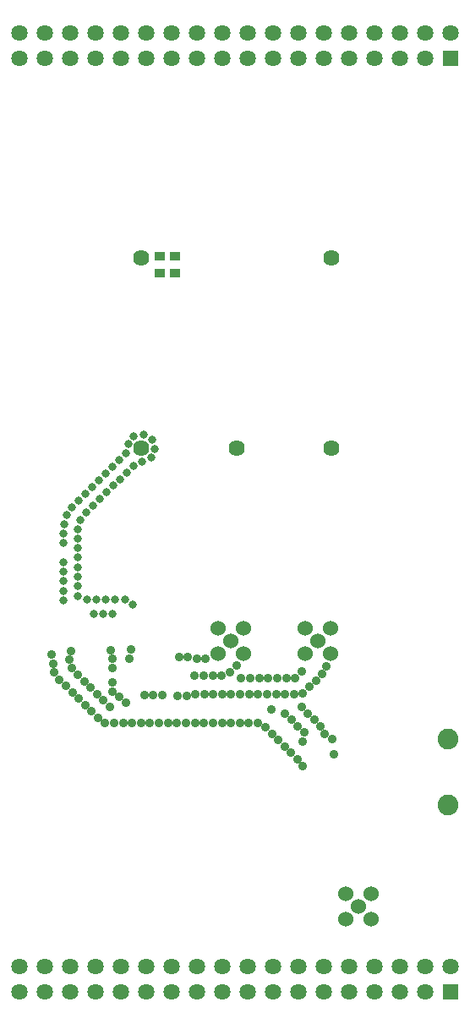
<source format=gbs>
G04*
G04 #@! TF.GenerationSoftware,Altium Limited,Altium Designer,22.9.1 (49)*
G04*
G04 Layer_Color=16711935*
%FSLAX25Y25*%
%MOIN*%
G70*
G04*
G04 #@! TF.SameCoordinates,E9D11BAE-304F-488D-B7EA-F98EEB287584*
G04*
G04*
G04 #@! TF.FilePolarity,Negative*
G04*
G01*
G75*
%ADD33R,0.04043X0.03650*%
%ADD46C,0.06012*%
%ADD47C,0.08177*%
%ADD48C,0.06378*%
%ADD49C,0.06406*%
%ADD50R,0.06406X0.06406*%
%ADD51C,0.03556*%
%ADD52C,0.03256*%
D33*
X68461Y129193D02*
D03*
X68500Y135728D02*
D03*
X74461Y129193D02*
D03*
X74500Y135728D02*
D03*
D46*
X101500Y-21000D02*
D03*
X91500D02*
D03*
Y-11000D02*
D03*
X101500D02*
D03*
X96500Y-16000D02*
D03*
X136000Y-11000D02*
D03*
Y-21000D02*
D03*
X126000D02*
D03*
Y-11000D02*
D03*
X131000Y-16000D02*
D03*
X152000Y-125500D02*
D03*
X142000D02*
D03*
Y-115500D02*
D03*
X152000D02*
D03*
X147000Y-120500D02*
D03*
D47*
X182295Y-80492D02*
D03*
Y-54508D02*
D03*
D48*
X61252Y60248D02*
D03*
X98752D02*
D03*
X136252D02*
D03*
Y135248D02*
D03*
X61252D02*
D03*
D49*
X13177Y223874D02*
D03*
Y213874D02*
D03*
X23177Y223874D02*
D03*
Y213874D02*
D03*
X33177Y223874D02*
D03*
Y213874D02*
D03*
X43177Y223874D02*
D03*
Y213874D02*
D03*
X53177Y223874D02*
D03*
Y213874D02*
D03*
X63177Y223874D02*
D03*
Y213874D02*
D03*
X73177Y223874D02*
D03*
Y213874D02*
D03*
X83177Y223874D02*
D03*
Y213874D02*
D03*
X93177Y223874D02*
D03*
Y213874D02*
D03*
X103177Y223874D02*
D03*
Y213874D02*
D03*
X113177Y223874D02*
D03*
Y213874D02*
D03*
X123177Y223874D02*
D03*
Y213874D02*
D03*
X133177Y223874D02*
D03*
Y213874D02*
D03*
X143177Y223874D02*
D03*
Y213874D02*
D03*
X153177Y223874D02*
D03*
Y213874D02*
D03*
X163177Y223874D02*
D03*
Y213874D02*
D03*
X173177Y223874D02*
D03*
Y213874D02*
D03*
X183177Y223874D02*
D03*
X13177Y-144079D02*
D03*
Y-154079D02*
D03*
X23177Y-144079D02*
D03*
Y-154079D02*
D03*
X33177Y-144079D02*
D03*
Y-154079D02*
D03*
X43177Y-144079D02*
D03*
Y-154079D02*
D03*
X53177Y-144079D02*
D03*
Y-154079D02*
D03*
X63177Y-144079D02*
D03*
Y-154079D02*
D03*
X73177Y-144079D02*
D03*
Y-154079D02*
D03*
X83177Y-144079D02*
D03*
Y-154079D02*
D03*
X93177Y-144079D02*
D03*
Y-154079D02*
D03*
X103177Y-144079D02*
D03*
Y-154079D02*
D03*
X113177Y-144079D02*
D03*
Y-154079D02*
D03*
X123177Y-144079D02*
D03*
Y-154079D02*
D03*
X133177Y-144079D02*
D03*
Y-154079D02*
D03*
X143177Y-144079D02*
D03*
Y-154079D02*
D03*
X153177Y-144079D02*
D03*
Y-154079D02*
D03*
X163177Y-144079D02*
D03*
Y-154079D02*
D03*
X173177Y-144079D02*
D03*
Y-154079D02*
D03*
X183177Y-144079D02*
D03*
D50*
Y213874D02*
D03*
Y-154079D02*
D03*
D51*
X86681Y-23048D02*
D03*
X83137D02*
D03*
X79674Y-22299D02*
D03*
X76131D02*
D03*
X82394Y-29472D02*
D03*
X85937D02*
D03*
X89480D02*
D03*
X93024D02*
D03*
X96334Y-28209D02*
D03*
X98831Y-25694D02*
D03*
X124474Y-27983D02*
D03*
X121968Y-30489D02*
D03*
X118425Y-30528D02*
D03*
X114882D02*
D03*
X111338D02*
D03*
X107795D02*
D03*
X104252D02*
D03*
X100709D02*
D03*
X75527Y-37683D02*
D03*
X79070Y-37701D02*
D03*
X82534Y-36952D02*
D03*
X86077D02*
D03*
X89620D02*
D03*
X93164D02*
D03*
X96707D02*
D03*
X100250D02*
D03*
X103794D02*
D03*
X107337D02*
D03*
X110880D02*
D03*
X114424D02*
D03*
X117967D02*
D03*
X121510D02*
D03*
X125012Y-36410D02*
D03*
X127577Y-33966D02*
D03*
X130082Y-31460D02*
D03*
X132588Y-28955D02*
D03*
X134212Y-25806D02*
D03*
X49890Y-32197D02*
D03*
X49951Y-35740D02*
D03*
X52640Y-38047D02*
D03*
X55321Y-40364D02*
D03*
X117896Y-44438D02*
D03*
X120401Y-46944D02*
D03*
X122907Y-49449D02*
D03*
X125412Y-51955D02*
D03*
X124962Y-55470D02*
D03*
X136524Y-54704D02*
D03*
X133712Y-52549D02*
D03*
X131993Y-49450D02*
D03*
X129488Y-46945D02*
D03*
X126982Y-44440D02*
D03*
X124477Y-41934D02*
D03*
X69485Y-37288D02*
D03*
X65942D02*
D03*
X62398D02*
D03*
X25876Y-21366D02*
D03*
X26548Y-24845D02*
D03*
X26783Y-28381D02*
D03*
X29056Y-31099D02*
D03*
X31561Y-33604D02*
D03*
X34067Y-36110D02*
D03*
X36572Y-38615D02*
D03*
X39078Y-41121D02*
D03*
X41583Y-43626D02*
D03*
X44089Y-46132D02*
D03*
X47000Y-48152D02*
D03*
X50543Y-48212D02*
D03*
X54086D02*
D03*
X57629D02*
D03*
X61173D02*
D03*
X64716D02*
D03*
X68259D02*
D03*
X71803D02*
D03*
X75346D02*
D03*
X78889D02*
D03*
X82433D02*
D03*
X85976D02*
D03*
X89519D02*
D03*
X93063D02*
D03*
X96606D02*
D03*
X100149D02*
D03*
X103692D02*
D03*
X107236D02*
D03*
X110353Y-49896D02*
D03*
X112859Y-52402D02*
D03*
X115364Y-54907D02*
D03*
X117870Y-57413D02*
D03*
X120375Y-59918D02*
D03*
X122881Y-62424D02*
D03*
X124957Y-65295D02*
D03*
X137253Y-60447D02*
D03*
X112406Y-42863D02*
D03*
X48794Y-41751D02*
D03*
X46288Y-39245D02*
D03*
X43783Y-36740D02*
D03*
X41277Y-34234D02*
D03*
X38772Y-31729D02*
D03*
X36266Y-29223D02*
D03*
X33761Y-26718D02*
D03*
X32972Y-23264D02*
D03*
X33721Y-19800D02*
D03*
X49299Y-19480D02*
D03*
X50048Y-22944D02*
D03*
X49890Y-26484D02*
D03*
X56472Y-22763D02*
D03*
X57221Y-19300D02*
D03*
D52*
X58377Y64780D02*
D03*
X56116Y61780D02*
D03*
X55122Y58158D02*
D03*
X52466Y55503D02*
D03*
X49810Y52847D02*
D03*
X47155Y50191D02*
D03*
X44499Y47535D02*
D03*
X41843Y44879D02*
D03*
X39187Y42224D02*
D03*
X36531Y39568D02*
D03*
X33876Y36911D02*
D03*
X31729Y33829D02*
D03*
X30732Y30208D02*
D03*
X30643Y26453D02*
D03*
Y22697D02*
D03*
Y15186D02*
D03*
Y11430D02*
D03*
Y7674D02*
D03*
Y3918D02*
D03*
Y162D02*
D03*
X42404Y-5357D02*
D03*
X46159D02*
D03*
X49915D02*
D03*
X58048Y-1507D02*
D03*
X54787Y357D02*
D03*
X51032D02*
D03*
X47276D02*
D03*
X43520D02*
D03*
X39764D02*
D03*
X36357Y1939D02*
D03*
Y5694D02*
D03*
Y9450D02*
D03*
Y13206D02*
D03*
Y16962D02*
D03*
Y20718D02*
D03*
Y24474D02*
D03*
Y28230D02*
D03*
X37158Y31899D02*
D03*
X39705Y34660D02*
D03*
X42361Y37316D02*
D03*
X45016Y39972D02*
D03*
X47672Y42628D02*
D03*
X50328Y45284D02*
D03*
X52984Y47939D02*
D03*
X55640Y50595D02*
D03*
X58296Y53251D02*
D03*
X61673Y54894D02*
D03*
X65069Y56498D02*
D03*
X66619Y59920D02*
D03*
X65511Y63509D02*
D03*
X62336Y65515D02*
D03*
M02*

</source>
